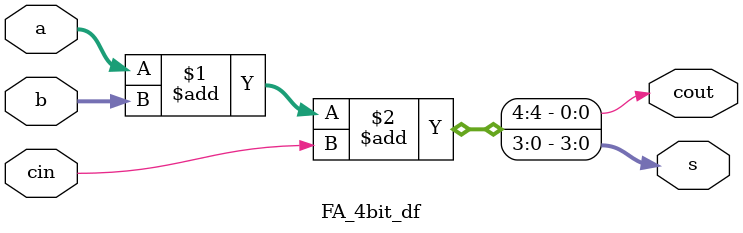
<source format=v>
`timescale 1ns/1ps
module FA_4bit_df(s,cout,a,b,cin);
    input [3:0] a,b;
    input cin;
    output [3:0] s;
    output cout;

    assign {cout,s} = a+b+cin;
endmodule

</source>
